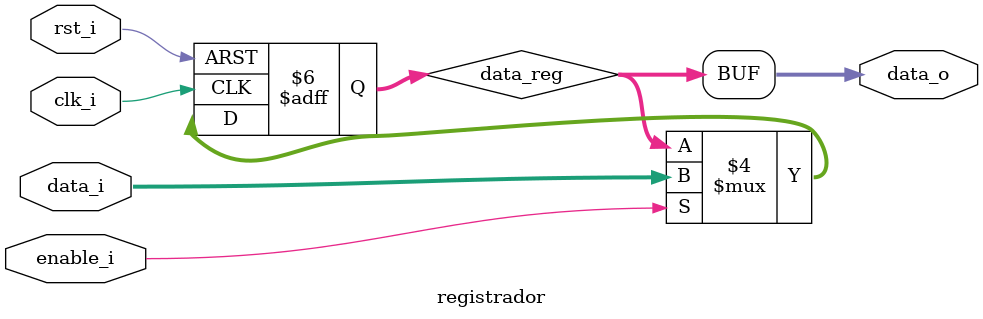
<source format=sv>
module registrador
    #(               
        parameter  DATA_WIDTH = 32
    )
    (
    //Common signal:
    input clk_i, 
    input rst_i, 
    input enable_i,
    //:
    input  [DATA_WIDTH-1:0] data_i, //Data In
    output [DATA_WIDTH-1:0] data_o //Data Out
    ); 

// INTERNAL SIGNALS ################################



// INTERNAL REGS ###################################
reg [DATA_WIDTH-1:0] data_reg;

// INTERNAL LOGIC ##################################


//Update register
always @(posedge clk_i, negedge rst_i)
begin
    if(rst_i == 1'b0)
    begin
        data_reg <= 0;
    end 
    else 
    begin
        if(enable_i ==  1'b1)
        begin
        data_reg <= data_i;
        end
    end
end

// Define data_o:

assign data_o = data_reg;


endmodule


</source>
